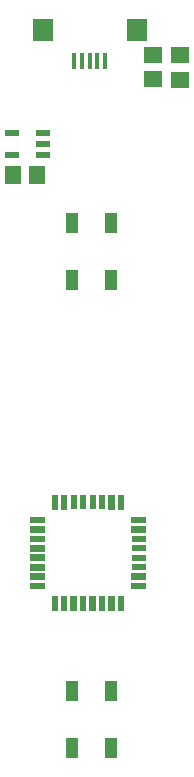
<source format=gtp>
G04 MADE WITH FRITZING*
G04 WWW.FRITZING.ORG*
G04 DOUBLE SIDED*
G04 HOLES PLATED*
G04 CONTOUR ON CENTER OF CONTOUR VECTOR*
%ASAXBY*%
%FSLAX23Y23*%
%MOIN*%
%OFA0B0*%
%SFA1.0B1.0*%
%ADD10R,0.040236X0.067069*%
%ADD11R,0.040222X0.067069*%
%ADD12R,0.040236X0.067083*%
%ADD13R,0.040222X0.067056*%
%ADD14R,0.050000X0.022000*%
%ADD15R,0.022000X0.050000*%
%ADD16R,0.047244X0.021654*%
%ADD17R,0.013780X0.055118*%
%ADD18R,0.070866X0.074803*%
%ADD19R,0.059055X0.055118*%
%ADD20R,0.055118X0.059055*%
%LNPASTEMASK1*%
G90*
G70*
G54D10*
X447Y863D03*
G54D11*
X577Y863D03*
G54D12*
X447Y670D03*
G54D13*
X577Y670D03*
G54D10*
X449Y2423D03*
G54D11*
X579Y2423D03*
G54D12*
X449Y2230D03*
G54D13*
X579Y2230D03*
G54D14*
X670Y1274D03*
X670Y1306D03*
X670Y1337D03*
X670Y1368D03*
G54D15*
X548Y1490D03*
X517Y1490D03*
X485Y1490D03*
X454Y1490D03*
G54D16*
X351Y2649D03*
X351Y2686D03*
X351Y2723D03*
X249Y2723D03*
X249Y2649D03*
G54D17*
X559Y2961D03*
X456Y2961D03*
X533Y2961D03*
X508Y2961D03*
X482Y2961D03*
G54D18*
X665Y3066D03*
X350Y3066D03*
G54D19*
X718Y2981D03*
X718Y2900D03*
G54D20*
X332Y2583D03*
X251Y2583D03*
G54D19*
X809Y2899D03*
X809Y2980D03*
G36*
X380Y1177D02*
X402Y1177D01*
X402Y1127D01*
X380Y1127D01*
X380Y1177D01*
G37*
D02*
G36*
X411Y1177D02*
X433Y1177D01*
X433Y1127D01*
X411Y1127D01*
X411Y1177D01*
G37*
D02*
G36*
X443Y1177D02*
X465Y1177D01*
X465Y1127D01*
X443Y1127D01*
X443Y1177D01*
G37*
D02*
G36*
X474Y1177D02*
X496Y1177D01*
X496Y1127D01*
X474Y1127D01*
X474Y1177D01*
G37*
D02*
G36*
X506Y1177D02*
X528Y1177D01*
X528Y1127D01*
X506Y1127D01*
X506Y1177D01*
G37*
D02*
G36*
X537Y1177D02*
X559Y1177D01*
X559Y1127D01*
X537Y1127D01*
X537Y1177D01*
G37*
D02*
G36*
X569Y1177D02*
X591Y1177D01*
X591Y1127D01*
X569Y1127D01*
X569Y1177D01*
G37*
D02*
G36*
X600Y1177D02*
X622Y1177D01*
X622Y1127D01*
X600Y1127D01*
X600Y1177D01*
G37*
D02*
G36*
X645Y1222D02*
X695Y1222D01*
X695Y1200D01*
X645Y1200D01*
X645Y1222D01*
G37*
D02*
G36*
X645Y1254D02*
X695Y1254D01*
X695Y1232D01*
X645Y1232D01*
X645Y1254D01*
G37*
D02*
G36*
X645Y1411D02*
X695Y1411D01*
X695Y1389D01*
X645Y1389D01*
X645Y1411D01*
G37*
D02*
G36*
X645Y1442D02*
X695Y1442D01*
X695Y1420D01*
X645Y1420D01*
X645Y1442D01*
G37*
D02*
G36*
X600Y1515D02*
X622Y1515D01*
X622Y1465D01*
X600Y1465D01*
X600Y1515D01*
G37*
D02*
G36*
X569Y1515D02*
X591Y1515D01*
X591Y1465D01*
X569Y1465D01*
X569Y1515D01*
G37*
D02*
G36*
X411Y1515D02*
X433Y1515D01*
X433Y1465D01*
X411Y1465D01*
X411Y1515D01*
G37*
D02*
G36*
X380Y1515D02*
X402Y1515D01*
X402Y1465D01*
X380Y1465D01*
X380Y1515D01*
G37*
D02*
G36*
X307Y1442D02*
X357Y1442D01*
X357Y1420D01*
X307Y1420D01*
X307Y1442D01*
G37*
D02*
G36*
X307Y1411D02*
X357Y1411D01*
X357Y1389D01*
X307Y1389D01*
X307Y1411D01*
G37*
D02*
G36*
X307Y1379D02*
X357Y1379D01*
X357Y1357D01*
X307Y1357D01*
X307Y1379D01*
G37*
D02*
G36*
X307Y1348D02*
X357Y1348D01*
X357Y1326D01*
X307Y1326D01*
X307Y1348D01*
G37*
D02*
G36*
X307Y1317D02*
X357Y1317D01*
X357Y1295D01*
X307Y1295D01*
X307Y1317D01*
G37*
D02*
G36*
X307Y1285D02*
X357Y1285D01*
X357Y1263D01*
X307Y1263D01*
X307Y1285D01*
G37*
D02*
G36*
X307Y1254D02*
X357Y1254D01*
X357Y1232D01*
X307Y1232D01*
X307Y1254D01*
G37*
D02*
G36*
X307Y1222D02*
X357Y1222D01*
X357Y1200D01*
X307Y1200D01*
X307Y1222D01*
G37*
D02*
G04 End of PasteMask1*
M02*
</source>
